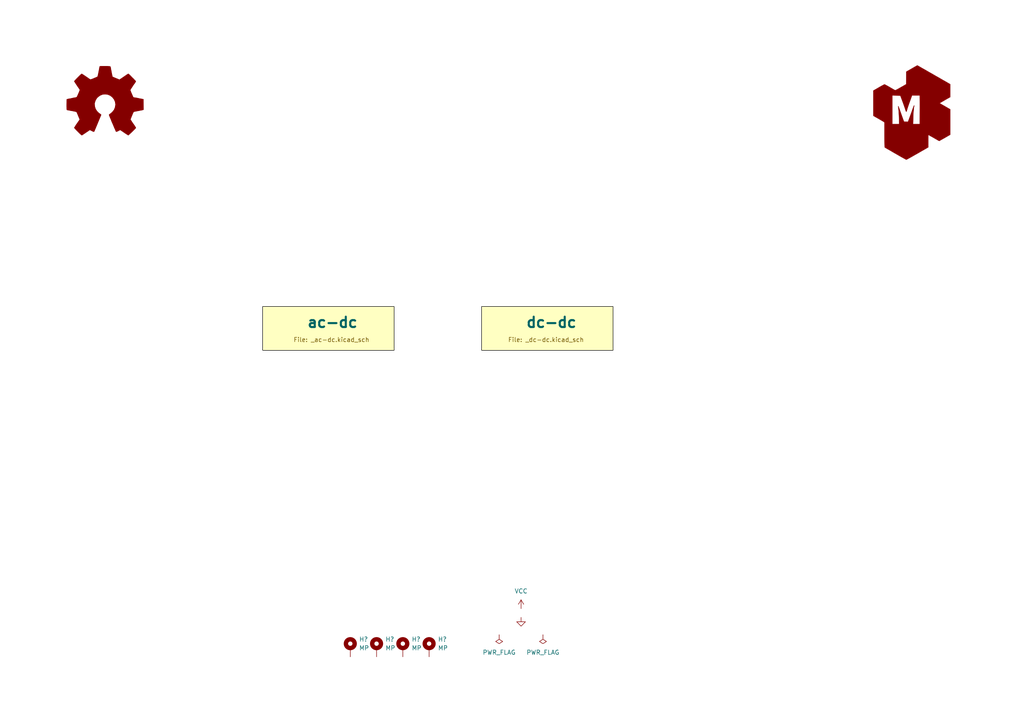
<source format=kicad_sch>
(kicad_sch (version 20211123) (generator eeschema)
  (paper "A4")
  (title_block (title "psu-500-pri") (date "2023-08-11") (company "makerspace.lt"))
  (lib_symbols
    (symbol "-local:LOGO_KMS" (pin_names (offset 1.016))
      (symbol "LOGO_KMS_0_0"
        (polyline (pts (xy 0.0117 -14.5438) (xy 0.1815 -14.4596) (xy 0.4733 -14.3044) (xy 0.8715 -14.0867) (xy 1.3602 -13.8153) (xy 1.924 -13.4987) (xy 2.5471 -13.1457) (xy 3.2139 -12.765) (xy 6.35 -10.9673) (xy 6.35 -9.1666) (xy 6.3501 -8.9706) (xy 6.3525 -8.4585) (xy 6.3574 -8.0174) (xy 6.3642 -7.6719) (xy 6.3725 -7.4466) (xy 6.382 -7.366) (xy 6.3931 -7.3705) (xy 6.5163 -7.4356) (xy 6.7572 -7.5687) (xy 7.0937 -7.7574) (xy 7.504 -7.9893) (xy 7.966 -8.2524) (xy 9.518 -9.1387) (xy 9.8784 -8.9373) (xy 9.9805 -8.8799) (xy 10.249 -8.728) (xy 10.6096 -8.5232) (xy 11.0278 -8.2852) (xy 11.4694 -8.0335) (xy 12.7 -7.331) (xy 12.7 0.0494) (xy 11.176 0.9196) (xy 11.0418 0.9963) (xy 10.5993 1.2512) (xy 10.2174 1.4738) (xy 9.9177 1.6515) (xy 9.722 1.7712) (xy 9.652 1.8203) (xy 9.6578 1.8264) (xy 9.7659 1.8969) (xy 9.9934 2.0344) (xy 10.3187 2.2262) (xy 10.7201 2.4593) (xy 11.176 2.721) (xy 12.7 3.5912) (xy 12.7 7.3263) (xy 8.3185 9.8382) (xy 7.6069 10.2461) (xy 6.8355 10.688) (xy 6.1113 11.1028) (xy 5.4483 11.4824) (xy 4.8609 11.8184) (xy 4.3634 12.1028) (xy 3.9699 12.3275) (xy 3.6948 12.4842) (xy 3.5523 12.5649) (xy 3.1677 12.7795) (xy 1.5789 11.8716) (xy -0.0098 10.9637) (xy -0.0424 7.3239) (xy -1.6087 6.4227) (xy -1.8975 6.2571) (xy -2.3649 5.9936) (xy -2.7164 5.8043) (xy -2.9709 5.68) (xy -3.1477 5.612) (xy -3.2658 5.5912) (xy -3.3444 5.6086) (xy -3.4618 5.6732) (xy -3.7025 5.8093) (xy -4.0377 6.0007) (xy -4.4409 6.2321) (xy -4.8855 6.4885) (xy -5.3221 6.7382) (xy -5.7113 6.9558) (xy -6.0282 7.1278) (xy -6.2482 7.2407) (xy -6.3467 7.2813) (xy -6.3645 7.2764) (xy -6.5062 7.2095) (xy -6.7636 7.0739) (xy -7.1139 6.8821) (xy -7.5342 6.6465) (xy -8.0018 6.3795) (xy -9.5674 5.4776) (xy -9.5674 4.0688) (xy -4.064 4.0688) (xy -1.7516 4.0216) (xy -1.1718 2.4553) (xy -1 1.9865) (xy -0.7964 1.4201) (xy -0.6059 0.8796) (xy -0.4442 0.409) (xy -0.3266 0.0527) (xy -0.2179 -0.2807) (xy -0.1159 -0.5429) (xy -0.0353 -0.6449) (xy 0.0378 -0.5883) (xy 0.1173 -0.3745) (xy 0.217 -0.005) (xy 0.2461 0.1011) (xy 0.3452 0.4246) (xy 0.4827 0.8444) (xy 0.6445 1.3178) (xy 0.8165 1.8022) (xy 0.8988 2.0297) (xy 1.0719 2.5096) (xy 1.232 2.9552) (xy 1.3642 3.325) (xy 1.4536 3.5771) (xy 1.6242 4.064) (xy 3.88 4.064) (xy 3.9085 3.0691) (xy 3.9135 2.811) (xy 3.9177 2.3699) (xy 3.9198 1.8095) (xy 3.9199 1.1571) (xy 3.9179 0.44) (xy 3.9139 -0.3146) (xy 3.908 -1.0795) (xy 3.879 -4.2334) (xy 1.9224 -4.2334) (xy 1.9748 -2.4342) (xy 1.9947 -1.8396) (xy 2.0364 -0.9704) (xy 2.0906 -0.2293) (xy 2.1593 0.4093) (xy 2.2446 0.971) (xy 2.262 1.0904) (xy 2.2529 1.171) (xy 2.1976 1.1001) (xy 2.0991 0.8842) (xy 1.9605 0.5295) (xy 1.7849 0.0423) (xy 1.7468 -0.0664) (xy 1.5718 -0.5599) (xy 1.3664 -1.1332) (xy 1.1532 -1.7235) (xy 0.9546 -2.2683) (xy 0.4799 -3.5629) (xy -0.1138 -3.5383) (xy -0.7074 -3.5137) (xy -0.9586 -2.8364) (xy -0.9612 -2.8292) (xy -1.0706 -2.529) (xy -1.2213 -2.1084) (xy -1.3998 -1.6058) (xy -1.5924 -1.0595) (xy -1.7856 -0.508) (xy -1.8442 -0.3408) (xy -2.0095 0.1196) (xy -2.1523 0.5018) (xy -2.2647 0.7852) (xy -2.3386 0.9493) (xy -2.3659 0.9736) (xy -2.3657 0.9477) (xy -2.3538 0.7623) (xy -2.3275 0.455) (xy -2.29 0.0619) (xy -2.2445 -0.381) (xy -2.2379 -0.4446) (xy -2.1912 -1.0068) (xy -2.1531 -1.6534) (xy -2.1273 -2.3095) (xy -2.1176 -2.8999) (xy -2.1167 -4.2334) (xy -4.064 -4.2334) (xy -4.064 4.0688) (xy -9.5674 4.0688) (xy -9.5674 -1.8386) (xy -8.1915 -2.6257) (xy -7.7716 -2.8672) (xy -7.3526 -3.111) (xy -6.9963 -3.3211) (xy -6.7308 -3.4809) (xy -6.5844 -3.5738) (xy -6.353 -3.7348) (xy -6.3529 -7.3454) (xy -6.3527 -7.7944) (xy -6.3506 -8.6376) (xy -6.346 -9.3299) (xy -6.3386 -9.8839) (xy -6.3279 -10.3121) (xy -6.3136 -10.6272) (xy -6.2954 -10.8417) (xy -6.2729 -10.9682) (xy -6.2456 -11.0192) (xy -6.2238 -11.0319) (xy -6.0739 -11.1186) (xy -5.8 -11.2769) (xy -5.4182 -11.4974) (xy -4.9445 -11.7709) (xy -4.3949 -12.0881) (xy -3.7856 -12.4397) (xy -3.1327 -12.8164) (xy -2.8568 -12.9754) (xy -2.2209 -13.34) (xy -1.6355 -13.6733) (xy -1.1165 -13.9663) (xy -0.6799 -14.2101) (xy -0.3417 -14.3958) (xy -0.1179 -14.5142) (xy -0.0246 -14.5566) (xy 0.0117 -14.5438)) (stroke (width 0.01)) (fill (type outline)))
      )
    )
    (symbol "Graphic:Logo_Open_Hardware_Large" (pin_names (offset 1.016))
      (symbol "Logo_Open_Hardware_Large_1_1"
        (polyline (pts (xy 6.731 -8.7122) (xy 6.6294 -8.6614) (xy 6.35 -8.4836) (xy 5.9944 -8.255) (xy 5.5372 -7.9502) (xy 5.1054 -7.6454) (xy 4.7498 -7.4168) (xy 4.4958 -7.239) (xy 4.3942 -7.1882) (xy 4.318 -7.2136) (xy 4.1148 -7.3152) (xy 3.81 -7.4676) (xy 3.6322 -7.5692) (xy 3.3528 -7.6708) (xy 3.2258 -7.6962) (xy 3.2004 -7.6708) (xy 3.0988 -7.4676) (xy 2.9464 -7.0866) (xy 2.7178 -6.604) (xy 2.4892 -6.0452) (xy 2.2352 -5.4356) (xy 1.9558 -4.826) (xy 1.7272 -4.2164) (xy 1.4986 -3.683) (xy 1.3208 -3.2512) (xy 1.2192 -2.9464) (xy 1.1684 -2.8194) (xy 1.1938 -2.794) (xy 1.3208 -2.667) (xy 1.5748 -2.4892) (xy 2.0828 -2.0574) (xy 2.6162 -1.397) (xy 2.921 -0.6604) (xy 3.048 0.1524) (xy 2.9464 0.9144) (xy 2.6416 1.6256) (xy 2.1336 2.286) (xy 1.524 2.7686) (xy 0.8128 3.0734) (xy 0 3.175) (xy -0.762 3.0988) (xy -1.4986 2.794) (xy -2.159 2.286) (xy -2.4384 1.9812) (xy -2.8194 1.3208) (xy -3.048 0.6096) (xy -3.0734 0.4318) (xy -3.0226 -0.3556) (xy -2.794 -1.0922) (xy -2.3876 -1.7526) (xy -1.8288 -2.3114) (xy -1.7526 -2.3622) (xy -1.4732 -2.5654) (xy -1.2954 -2.6924) (xy -1.1684 -2.8194) (xy -2.159 -5.207) (xy -2.3114 -5.588) (xy -2.5908 -6.2484) (xy -2.8194 -6.8072) (xy -3.0226 -7.2644) (xy -3.1496 -7.5692) (xy -3.2258 -7.6708) (xy -3.2258 -7.6962) (xy -3.302 -7.6962) (xy -3.4798 -7.6454) (xy -3.8354 -7.4676) (xy -4.0386 -7.366) (xy -4.2926 -7.239) (xy -4.4196 -7.1882) (xy -4.5212 -7.239) (xy -4.7498 -7.3914) (xy -5.1054 -7.6454) (xy -5.5372 -7.9248) (xy -5.9436 -8.2042) (xy -6.3246 -8.4582) (xy -6.604 -8.636) (xy -6.731 -8.7122) (xy -6.7564 -8.7122) (xy -6.858 -8.636) (xy -7.0866 -8.4582) (xy -7.4168 -8.1534) (xy -7.874 -7.6962) (xy -7.9502 -7.62) (xy -8.3312 -7.239) (xy -8.636 -6.9088) (xy -8.8392 -6.6802) (xy -8.9154 -6.5786) (xy -8.9154 -6.5786) (xy -8.8392 -6.4516) (xy -8.6614 -6.1722) (xy -8.4328 -5.7912) (xy -8.128 -5.3594) (xy -7.3152 -4.191) (xy -7.7724 -3.0988) (xy -7.8994 -2.7686) (xy -8.0772 -2.3622) (xy -8.2042 -2.0828) (xy -8.255 -1.9558) (xy -8.382 -1.905) (xy -8.6614 -1.8542) (xy -9.0932 -1.7526) (xy -9.6266 -1.651) (xy -10.1092 -1.5748) (xy -10.541 -1.4732) (xy -10.8712 -1.4224) (xy -11.0236 -1.397) (xy -11.049 -1.3716) (xy -11.0744 -1.2954) (xy -11.0998 -1.143) (xy -11.0998 -0.889) (xy -11.1252 -0.4572) (xy -11.1252 0.1524) (xy -11.1252 0.2286) (xy -11.0998 0.8128) (xy -11.0998 1.27) (xy -11.0744 1.5494) (xy -11.0744 1.6764) (xy -11.0744 1.6764) (xy -10.922 1.7018) (xy -10.6172 1.778) (xy -10.16 1.8542) (xy -9.652 1.9558) (xy -9.6012 1.9812) (xy -9.0932 2.0828) (xy -8.636 2.159) (xy -8.3312 2.2352) (xy -8.2042 2.286) (xy -8.1788 2.3114) (xy -8.0772 2.5146) (xy -7.9248 2.8448) (xy -7.747 3.2512) (xy -7.5692 3.6576) (xy -7.4168 4.0386) (xy -7.3152 4.318) (xy -7.2898 4.445) (xy -7.2898 4.445) (xy -7.366 4.572) (xy -7.5438 4.826) (xy -7.7978 5.207) (xy -8.128 5.6642) (xy -8.128 5.6896) (xy -8.4328 6.1468) (xy -8.6868 6.5278) (xy -8.8392 6.7818) (xy -8.9154 6.9088) (xy -8.9154 6.9088) (xy -8.8138 7.0358) (xy -8.5852 7.2898) (xy -8.255 7.6454) (xy -7.874 8.0264) (xy -7.747 8.1534) (xy -7.3152 8.5852) (xy -7.0104 8.8646) (xy -6.8326 8.9916) (xy -6.731 9.0424) (xy -6.731 9.0424) (xy -6.604 8.9408) (xy -6.3246 8.763) (xy -5.9436 8.509) (xy -5.4864 8.2042) (xy -5.461 8.1788) (xy -5.0038 7.874) (xy -4.6482 7.62) (xy -4.3688 7.4422) (xy -4.2672 7.3914) (xy -4.2418 7.3914) (xy -4.064 7.4422) (xy -3.7338 7.5438) (xy -3.3528 7.6962) (xy -2.9464 7.874) (xy -2.5654 8.0264) (xy -2.286 8.1534) (xy -2.159 8.2296) (xy -2.159 8.2296) (xy -2.1082 8.382) (xy -2.032 8.7122) (xy -1.9304 9.1694) (xy -1.8288 9.7282) (xy -1.8034 9.8044) (xy -1.7018 10.3378) (xy -1.6256 10.7696) (xy -1.5748 11.0744) (xy -1.524 11.2014) (xy -1.4478 11.2268) (xy -1.1938 11.2522) (xy -0.8128 11.2522) (xy -0.3302 11.2522) (xy 0.1524 11.2522) (xy 0.6604 11.2522) (xy 1.0668 11.2268) (xy 1.3716 11.2014) (xy 1.4986 11.176) (xy 1.4986 11.176) (xy 1.5494 11.0236) (xy 1.6256 10.6934) (xy 1.7018 10.2108) (xy 1.8288 9.6774) (xy 1.8288 9.5758) (xy 1.9304 9.0424) (xy 2.032 8.6106) (xy 2.0828 8.3058) (xy 2.1336 8.2042) (xy 2.159 8.1788) (xy 2.3876 8.0772) (xy 2.7432 7.9248) (xy 3.175 7.747) (xy 4.191 7.3406) (xy 5.461 8.2042) (xy 5.5626 8.2804) (xy 6.0198 8.5852) (xy 6.3754 8.8392) (xy 6.6294 8.9916) (xy 6.7564 9.0424) (xy 6.7564 9.0424) (xy 6.8834 8.9408) (xy 7.1374 8.7122) (xy 7.4676 8.382) (xy 7.8486 7.9756) (xy 8.1534 7.6962) (xy 8.4836 7.3406) (xy 8.7122 7.112) (xy 8.8392 6.9596) (xy 8.8646 6.858) (xy 8.8646 6.8072) (xy 8.7884 6.6802) (xy 8.6106 6.4008) (xy 8.3312 6.0198) (xy 8.0264 5.588) (xy 7.7978 5.207) (xy 7.5184 4.8006) (xy 7.3406 4.4958) (xy 7.2898 4.3434) (xy 7.2898 4.2926) (xy 7.3914 4.0386) (xy 7.5184 3.683) (xy 7.7216 3.2258) (xy 8.1534 2.2352) (xy 8.7884 2.1082) (xy 9.1948 2.0574) (xy 9.7536 1.9304) (xy 10.2616 1.8288) (xy 11.0998 1.6764) (xy 11.1252 -1.3208) (xy 10.9982 -1.3716) (xy 10.8712 -1.397) (xy 10.5664 -1.4732) (xy 10.1346 -1.5494) (xy 9.6266 -1.651) (xy 9.1948 -1.7272) (xy 8.7376 -1.8288) (xy 8.4328 -1.8796) (xy 8.2804 -1.905) (xy 8.255 -1.9558) (xy 8.1534 -2.159) (xy 7.9756 -2.5146) (xy 7.8232 -2.921) (xy 7.6454 -3.3274) (xy 7.493 -3.7338) (xy 7.366 -4.0132) (xy 7.3406 -4.191) (xy 7.3914 -4.2926) (xy 7.5692 -4.5466) (xy 7.7978 -4.9276) (xy 8.1026 -5.3594) (xy 8.4074 -5.7912) (xy 8.6614 -6.1722) (xy 8.8138 -6.4262) (xy 8.89 -6.5532) (xy 8.8646 -6.6548) (xy 8.6868 -6.858) (xy 8.3566 -7.1882) (xy 7.874 -7.6708) (xy 7.7978 -7.747) (xy 7.3914 -8.128) (xy 7.0612 -8.4328) (xy 6.8326 -8.636) (xy 6.731 -8.7122)) (fill (type outline)))
      )
    )
    (symbol "Mechanical:MountingHole_Pad" (pin_numbers hide) (pin_names (offset 1.016) hide)
      (property "Reference" "H" (at 0 6.35 0))
      (property "Value" "MountingHole_Pad" (at 0 4.445 0))
      (symbol "MountingHole_Pad_0_1"
        (circle (center 0 1.27) (radius 1.27) (stroke (width 1.27)))
      )
      (symbol "MountingHole_Pad_1_1"
        (pin input line (at 0 -2.54 90) (length 2.54) (name "1") (number "1"))
      )
    )
    (symbol "power:GND" (power) (pin_numbers hide) (pin_names (offset 0) hide)
      (property "Value" "GND" (at 0 -3.81 0))
      (symbol "GND_0_1"
        (polyline (pts (xy 0 0) (xy 0 -1.27) (xy 1.27 -1.27) (xy 0 -2.54) (xy -1.27 -1.27) (xy 0 -1.27)))
      )
      (symbol "GND_1_1"
        (pin power_in line (at 0 0 270) (length 0) hide (name "GND") (number "1"))
      )
    )
    (symbol "power:PWR_FLAG" (power) (pin_numbers hide) (pin_names (offset 0) hide)
      (property "Value" "PWR_FLAG" (at 0 3.81 0))
      (symbol "PWR_FLAG_0_0"
        (pin power_out line (at 0 0 90) (length 0) (name "pwr") (number "1"))
      )
      (symbol "PWR_FLAG_0_1"
        (polyline (pts (xy 0 0) (xy 0 1.27) (xy -1.016 1.905) (xy 0 2.54) (xy 1.016 1.905) (xy 0 1.27)))
      )
    )
    (symbol "power:VCC" (power) (pin_names (offset 0))
      (property "Value" "VCC" (at 0 3.81 0))
      (symbol "VCC_0_1"
        (polyline (pts (xy -0.762 1.27) (xy 0 2.54)))
        (polyline (pts (xy 0 0) (xy 0 2.54)))
        (polyline (pts (xy 0 2.54) (xy 0.762 1.27)))
      )
      (symbol "VCC_1_1"
        (pin power_in line (at 0 0 90) (length 0) hide (name "VCC") (number "1"))
      )
    )
  )
  (symbol (lib_id "-local:LOGO_KMS") (at 262.89 31.75 0) (unit 1) (in_bom no)
    (property "Reference" "G2" (effects hide))
    (property "Value" "LOGO_KMS" (effects hide))
    (property "Footprint" "-local:logo_kms_small_silkscreen" (effects hide))
    (property "jlc-part-type" "-" (effects hide))
  )
  (symbol (lib_id "Mechanical:MountingHole_Pad") (at 116.84 187.96 0) (unit 1)
    (property "Reference" "H?" (at 119.38 185.4199 0) (effects (justify left)))
    (property "Value" "MP" (at 119.38 187.9599 0) (effects (justify left)))
    (property "Footprint" "MountingHole:MountingHole_4.3mm_M4_Pad_Via" (effects hide))
  )
  (symbol (lib_id "Mechanical:MountingHole_Pad") (at 101.6 187.96 0) (unit 1)
    (property "Reference" "H?" (at 104.14 185.4199 0) (effects (justify left)))
    (property "Value" "MP" (at 104.14 187.9599 0) (effects (justify left)))
    (property "Footprint" "MountingHole:MountingHole_4.3mm_M4_Pad_Via" (effects hide))
  )
  (symbol (lib_id "power:VCC") (at 151.13 176.53 0) (unit 1)
    (property "Reference" "#PWR?" (effects hide))
    (property "Value" "VCC" (at 151.13 171.45 0))
  )
  (symbol (lib_id "power:PWR_FLAG") (at 157.48 184.15 180) (unit 1)
    (property "Reference" "#FLG0102" (effects hide))
    (property "Value" "PWR_FLAG" (at 157.48 189.23 0))
  )
  (symbol (lib_id "Mechanical:MountingHole_Pad") (at 109.22 187.96 0) (unit 1)
    (property "Reference" "H?" (at 111.76 185.4199 0) (effects (justify left)))
    (property "Value" "MP" (at 111.76 187.9599 0) (effects (justify left)))
    (property "Footprint" "MountingHole:MountingHole_4.3mm_M4_Pad_Via" (effects hide))
  )
  (symbol (lib_id "power:GND") (at 151.13 179.07 0) (unit 1)
    (property "Reference" "#PWR?" (effects hide))
    (property "Value" "GND" (effects hide))
  )
  (symbol (lib_id "power:PWR_FLAG") (at 144.78 184.15 180) (unit 1)
    (property "Reference" "#FLG0101" (effects hide))
    (property "Value" "PWR_FLAG" (at 144.78 189.23 0))
  )
  (symbol (lib_id "Graphic:Logo_Open_Hardware_Large") (at 30.48 30.48 0) (unit 1) (in_bom no)
    (property "Reference" "G1" (effects hide))
    (property "Value" "Logo_Open_Hardware_Large" (effects hide))
    (property "Footprint" "Symbol:OSHW-Symbol_6.7x6mm_SilkScreen" (effects hide))
    (property "jlc-part-type" "-" (effects hide))
  )
  (symbol (lib_id "Mechanical:MountingHole_Pad") (at 124.46 187.96 0) (unit 1)
    (property "Reference" "H?" (at 127 185.4199 0) (effects (justify left)))
    (property "Value" "MP" (at 127 187.9599 0) (effects (justify left)))
    (property "Footprint" "MountingHole:MountingHole_4.3mm_M4_Pad_Via" (effects hide))
  )
  (sheet (at 139.7 88.9) (size 38.1 12.7) (stroke (width 0.1524) (color 0 0 0 1)) (fill (color 255 255 194 1.0000))
    (property "Sheet name" "dc-dc" (at 152.4 95.25 0) (effects (font (size 3 3) bold) (justify left bottom)))
    (property "Sheet file" "_dc-dc.kicad_sch" (at 147.32 97.79 0) (effects (justify left top)))
  )
  (sheet (at 76.2 88.9) (size 38.1 12.7) (stroke (width 0.1524) (color 0 0 0 1)) (fill (color 255 255 194 1.0000))
    (property "Sheet name" "ac-dc" (at 88.9 95.25 0) (effects (font (size 3 3) bold) (justify left bottom)))
    (property "Sheet file" "_ac-dc.kicad_sch" (at 85.09 97.79 0) (effects (justify left top)))
  )
)
</source>
